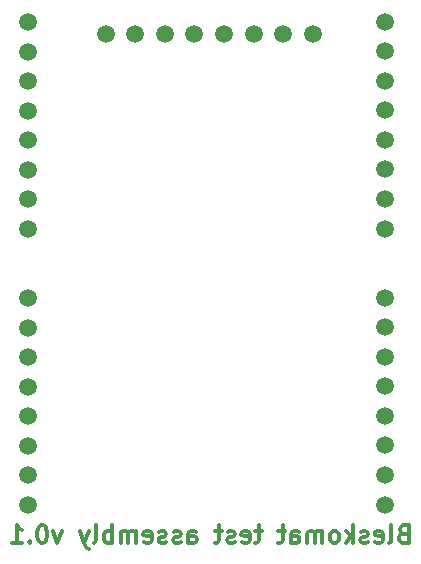
<source format=gbr>
%TF.GenerationSoftware,KiCad,Pcbnew,5.1.7-a382d34a8~88~ubuntu18.04.1*%
%TF.CreationDate,2021-02-15T21:35:44+01:00*%
%TF.ProjectId,test-board-esp32-assembly,74657374-2d62-46f6-9172-642d65737033,test*%
%TF.SameCoordinates,Original*%
%TF.FileFunction,Copper,L2,Bot*%
%TF.FilePolarity,Positive*%
%FSLAX46Y46*%
G04 Gerber Fmt 4.6, Leading zero omitted, Abs format (unit mm)*
G04 Created by KiCad (PCBNEW 5.1.7-a382d34a8~88~ubuntu18.04.1) date 2021-02-15 21:35:44*
%MOMM*%
%LPD*%
G01*
G04 APERTURE LIST*
%TA.AperFunction,NonConductor*%
%ADD10C,0.300000*%
%TD*%
%TA.AperFunction,ComponentPad*%
%ADD11C,1.498600*%
%TD*%
G04 APERTURE END LIST*
D10*
X155731714Y-107334857D02*
X155517428Y-107406285D01*
X155446000Y-107477714D01*
X155374571Y-107620571D01*
X155374571Y-107834857D01*
X155446000Y-107977714D01*
X155517428Y-108049142D01*
X155660285Y-108120571D01*
X156231714Y-108120571D01*
X156231714Y-106620571D01*
X155731714Y-106620571D01*
X155588857Y-106692000D01*
X155517428Y-106763428D01*
X155446000Y-106906285D01*
X155446000Y-107049142D01*
X155517428Y-107192000D01*
X155588857Y-107263428D01*
X155731714Y-107334857D01*
X156231714Y-107334857D01*
X154517428Y-108120571D02*
X154660285Y-108049142D01*
X154731714Y-107906285D01*
X154731714Y-106620571D01*
X153374571Y-108049142D02*
X153517428Y-108120571D01*
X153803142Y-108120571D01*
X153946000Y-108049142D01*
X154017428Y-107906285D01*
X154017428Y-107334857D01*
X153946000Y-107192000D01*
X153803142Y-107120571D01*
X153517428Y-107120571D01*
X153374571Y-107192000D01*
X153303142Y-107334857D01*
X153303142Y-107477714D01*
X154017428Y-107620571D01*
X152731714Y-108049142D02*
X152588857Y-108120571D01*
X152303142Y-108120571D01*
X152160285Y-108049142D01*
X152088857Y-107906285D01*
X152088857Y-107834857D01*
X152160285Y-107692000D01*
X152303142Y-107620571D01*
X152517428Y-107620571D01*
X152660285Y-107549142D01*
X152731714Y-107406285D01*
X152731714Y-107334857D01*
X152660285Y-107192000D01*
X152517428Y-107120571D01*
X152303142Y-107120571D01*
X152160285Y-107192000D01*
X151446000Y-108120571D02*
X151446000Y-106620571D01*
X151303142Y-107549142D02*
X150874571Y-108120571D01*
X150874571Y-107120571D02*
X151446000Y-107692000D01*
X150017428Y-108120571D02*
X150160285Y-108049142D01*
X150231714Y-107977714D01*
X150303142Y-107834857D01*
X150303142Y-107406285D01*
X150231714Y-107263428D01*
X150160285Y-107192000D01*
X150017428Y-107120571D01*
X149803142Y-107120571D01*
X149660285Y-107192000D01*
X149588857Y-107263428D01*
X149517428Y-107406285D01*
X149517428Y-107834857D01*
X149588857Y-107977714D01*
X149660285Y-108049142D01*
X149803142Y-108120571D01*
X150017428Y-108120571D01*
X148874571Y-108120571D02*
X148874571Y-107120571D01*
X148874571Y-107263428D02*
X148803142Y-107192000D01*
X148660285Y-107120571D01*
X148446000Y-107120571D01*
X148303142Y-107192000D01*
X148231714Y-107334857D01*
X148231714Y-108120571D01*
X148231714Y-107334857D02*
X148160285Y-107192000D01*
X148017428Y-107120571D01*
X147803142Y-107120571D01*
X147660285Y-107192000D01*
X147588857Y-107334857D01*
X147588857Y-108120571D01*
X146231714Y-108120571D02*
X146231714Y-107334857D01*
X146303142Y-107192000D01*
X146446000Y-107120571D01*
X146731714Y-107120571D01*
X146874571Y-107192000D01*
X146231714Y-108049142D02*
X146374571Y-108120571D01*
X146731714Y-108120571D01*
X146874571Y-108049142D01*
X146946000Y-107906285D01*
X146946000Y-107763428D01*
X146874571Y-107620571D01*
X146731714Y-107549142D01*
X146374571Y-107549142D01*
X146231714Y-107477714D01*
X145731714Y-107120571D02*
X145160285Y-107120571D01*
X145517428Y-106620571D02*
X145517428Y-107906285D01*
X145446000Y-108049142D01*
X145303142Y-108120571D01*
X145160285Y-108120571D01*
X143731714Y-107120571D02*
X143160285Y-107120571D01*
X143517428Y-106620571D02*
X143517428Y-107906285D01*
X143446000Y-108049142D01*
X143303142Y-108120571D01*
X143160285Y-108120571D01*
X142088857Y-108049142D02*
X142231714Y-108120571D01*
X142517428Y-108120571D01*
X142660285Y-108049142D01*
X142731714Y-107906285D01*
X142731714Y-107334857D01*
X142660285Y-107192000D01*
X142517428Y-107120571D01*
X142231714Y-107120571D01*
X142088857Y-107192000D01*
X142017428Y-107334857D01*
X142017428Y-107477714D01*
X142731714Y-107620571D01*
X141446000Y-108049142D02*
X141303142Y-108120571D01*
X141017428Y-108120571D01*
X140874571Y-108049142D01*
X140803142Y-107906285D01*
X140803142Y-107834857D01*
X140874571Y-107692000D01*
X141017428Y-107620571D01*
X141231714Y-107620571D01*
X141374571Y-107549142D01*
X141446000Y-107406285D01*
X141446000Y-107334857D01*
X141374571Y-107192000D01*
X141231714Y-107120571D01*
X141017428Y-107120571D01*
X140874571Y-107192000D01*
X140374571Y-107120571D02*
X139803142Y-107120571D01*
X140160285Y-106620571D02*
X140160285Y-107906285D01*
X140088857Y-108049142D01*
X139946000Y-108120571D01*
X139803142Y-108120571D01*
X137517428Y-108120571D02*
X137517428Y-107334857D01*
X137588857Y-107192000D01*
X137731714Y-107120571D01*
X138017428Y-107120571D01*
X138160285Y-107192000D01*
X137517428Y-108049142D02*
X137660285Y-108120571D01*
X138017428Y-108120571D01*
X138160285Y-108049142D01*
X138231714Y-107906285D01*
X138231714Y-107763428D01*
X138160285Y-107620571D01*
X138017428Y-107549142D01*
X137660285Y-107549142D01*
X137517428Y-107477714D01*
X136874571Y-108049142D02*
X136731714Y-108120571D01*
X136446000Y-108120571D01*
X136303142Y-108049142D01*
X136231714Y-107906285D01*
X136231714Y-107834857D01*
X136303142Y-107692000D01*
X136446000Y-107620571D01*
X136660285Y-107620571D01*
X136803142Y-107549142D01*
X136874571Y-107406285D01*
X136874571Y-107334857D01*
X136803142Y-107192000D01*
X136660285Y-107120571D01*
X136446000Y-107120571D01*
X136303142Y-107192000D01*
X135660285Y-108049142D02*
X135517428Y-108120571D01*
X135231714Y-108120571D01*
X135088857Y-108049142D01*
X135017428Y-107906285D01*
X135017428Y-107834857D01*
X135088857Y-107692000D01*
X135231714Y-107620571D01*
X135446000Y-107620571D01*
X135588857Y-107549142D01*
X135660285Y-107406285D01*
X135660285Y-107334857D01*
X135588857Y-107192000D01*
X135446000Y-107120571D01*
X135231714Y-107120571D01*
X135088857Y-107192000D01*
X133803142Y-108049142D02*
X133946000Y-108120571D01*
X134231714Y-108120571D01*
X134374571Y-108049142D01*
X134446000Y-107906285D01*
X134446000Y-107334857D01*
X134374571Y-107192000D01*
X134231714Y-107120571D01*
X133946000Y-107120571D01*
X133803142Y-107192000D01*
X133731714Y-107334857D01*
X133731714Y-107477714D01*
X134446000Y-107620571D01*
X133088857Y-108120571D02*
X133088857Y-107120571D01*
X133088857Y-107263428D02*
X133017428Y-107192000D01*
X132874571Y-107120571D01*
X132660285Y-107120571D01*
X132517428Y-107192000D01*
X132446000Y-107334857D01*
X132446000Y-108120571D01*
X132446000Y-107334857D02*
X132374571Y-107192000D01*
X132231714Y-107120571D01*
X132017428Y-107120571D01*
X131874571Y-107192000D01*
X131803142Y-107334857D01*
X131803142Y-108120571D01*
X131088857Y-108120571D02*
X131088857Y-106620571D01*
X131088857Y-107192000D02*
X130946000Y-107120571D01*
X130660285Y-107120571D01*
X130517428Y-107192000D01*
X130446000Y-107263428D01*
X130374571Y-107406285D01*
X130374571Y-107834857D01*
X130446000Y-107977714D01*
X130517428Y-108049142D01*
X130660285Y-108120571D01*
X130946000Y-108120571D01*
X131088857Y-108049142D01*
X129517428Y-108120571D02*
X129660285Y-108049142D01*
X129731714Y-107906285D01*
X129731714Y-106620571D01*
X129088857Y-107120571D02*
X128731714Y-108120571D01*
X128374571Y-107120571D02*
X128731714Y-108120571D01*
X128874571Y-108477714D01*
X128946000Y-108549142D01*
X129088857Y-108620571D01*
X126803142Y-107120571D02*
X126446000Y-108120571D01*
X126088857Y-107120571D01*
X125231714Y-106620571D02*
X125088857Y-106620571D01*
X124946000Y-106692000D01*
X124874571Y-106763428D01*
X124803142Y-106906285D01*
X124731714Y-107192000D01*
X124731714Y-107549142D01*
X124803142Y-107834857D01*
X124874571Y-107977714D01*
X124946000Y-108049142D01*
X125088857Y-108120571D01*
X125231714Y-108120571D01*
X125374571Y-108049142D01*
X125446000Y-107977714D01*
X125517428Y-107834857D01*
X125588857Y-107549142D01*
X125588857Y-107192000D01*
X125517428Y-106906285D01*
X125446000Y-106763428D01*
X125374571Y-106692000D01*
X125231714Y-106620571D01*
X124088857Y-107977714D02*
X124017428Y-108049142D01*
X124088857Y-108120571D01*
X124160285Y-108049142D01*
X124088857Y-107977714D01*
X124088857Y-108120571D01*
X122588857Y-108120571D02*
X123446000Y-108120571D01*
X123017428Y-108120571D02*
X123017428Y-106620571D01*
X123160285Y-106834857D01*
X123303142Y-106977714D01*
X123446000Y-107049142D01*
D11*
%TO.P,J4,8*%
%TO.N,Net-(J4-Pad8)*%
X123952000Y-87402000D03*
%TO.P,J4,7*%
%TO.N,Net-(J4-Pad7)*%
X123952000Y-89902000D03*
%TO.P,J4,6*%
%TO.N,Net-(J4-Pad6)*%
X123952000Y-92402000D03*
%TO.P,J4,5*%
%TO.N,Net-(J4-Pad5)*%
X123952000Y-94902000D03*
%TO.P,J4,4*%
%TO.N,Net-(J4-Pad4)*%
X123952000Y-97402000D03*
%TO.P,J4,3*%
%TO.N,Net-(J4-Pad3)*%
X123952000Y-99902000D03*
%TO.P,J4,2*%
%TO.N,Net-(J4-Pad2)*%
X123952000Y-102402000D03*
%TO.P,J4,1*%
%TO.N,Net-(J4-Pad1)*%
X123952000Y-104902000D03*
%TD*%
%TO.P,J1,1*%
%TO.N,Net-(J1-Pad1)*%
X154178000Y-87376000D03*
%TO.P,J1,2*%
%TO.N,Net-(J1-Pad2)*%
X154178000Y-89876000D03*
%TO.P,J1,3*%
%TO.N,Net-(J1-Pad3)*%
X154178000Y-92376000D03*
%TO.P,J1,4*%
%TO.N,Net-(J1-Pad4)*%
X154178000Y-94876000D03*
%TO.P,J1,5*%
%TO.N,Net-(J1-Pad5)*%
X154178000Y-97376000D03*
%TO.P,J1,6*%
%TO.N,Net-(J1-Pad6)*%
X154178000Y-99876000D03*
%TO.P,J1,7*%
X154178000Y-102376000D03*
%TO.P,J1,8*%
X154178000Y-104876000D03*
%TD*%
%TO.P,J2,8*%
%TO.N,Net-(J2-Pad8)*%
X154178000Y-81508000D03*
%TO.P,J2,7*%
%TO.N,Net-(J2-Pad7)*%
X154178000Y-79008000D03*
%TO.P,J2,6*%
%TO.N,Net-(J2-Pad6)*%
X154178000Y-76508000D03*
%TO.P,J2,5*%
%TO.N,Net-(J2-Pad5)*%
X154178000Y-74008000D03*
%TO.P,J2,4*%
%TO.N,Net-(J2-Pad4)*%
X154178000Y-71508000D03*
%TO.P,J2,3*%
%TO.N,Net-(J2-Pad3)*%
X154178000Y-69008000D03*
%TO.P,J2,2*%
%TO.N,Net-(J2-Pad2)*%
X154178000Y-66508000D03*
%TO.P,J2,1*%
%TO.N,Net-(J2-Pad1)*%
X154178000Y-64008000D03*
%TD*%
%TO.P,J3,1*%
%TO.N,Net-(J3-Pad1)*%
X130556000Y-65024000D03*
%TO.P,J3,2*%
%TO.N,Net-(J3-Pad2)*%
X133056000Y-65024000D03*
%TO.P,J3,3*%
%TO.N,Net-(J3-Pad3)*%
X135556000Y-65024000D03*
%TO.P,J3,4*%
%TO.N,Net-(J3-Pad4)*%
X138056000Y-65024000D03*
%TO.P,J3,5*%
%TO.N,Net-(J3-Pad5)*%
X140556000Y-65024000D03*
%TO.P,J3,6*%
%TO.N,Net-(J3-Pad6)*%
X143056000Y-65024000D03*
%TO.P,J3,7*%
%TO.N,Net-(J3-Pad7)*%
X145556000Y-65024000D03*
%TO.P,J3,8*%
%TO.N,Net-(J3-Pad8)*%
X148056000Y-65024000D03*
%TD*%
%TO.P,J5,1*%
%TO.N,Net-(J5-Pad1)*%
X123952000Y-81534000D03*
%TO.P,J5,2*%
%TO.N,Net-(J5-Pad2)*%
X123952000Y-79034000D03*
%TO.P,J5,3*%
%TO.N,Net-(J5-Pad3)*%
X123952000Y-76534000D03*
%TO.P,J5,4*%
%TO.N,Net-(J5-Pad4)*%
X123952000Y-74034000D03*
%TO.P,J5,5*%
%TO.N,Net-(J5-Pad5)*%
X123952000Y-71534000D03*
%TO.P,J5,6*%
%TO.N,GND*%
X123952000Y-69034000D03*
%TO.P,J5,7*%
X123952000Y-66534000D03*
%TO.P,J5,8*%
X123952000Y-64034000D03*
%TD*%
M02*

</source>
